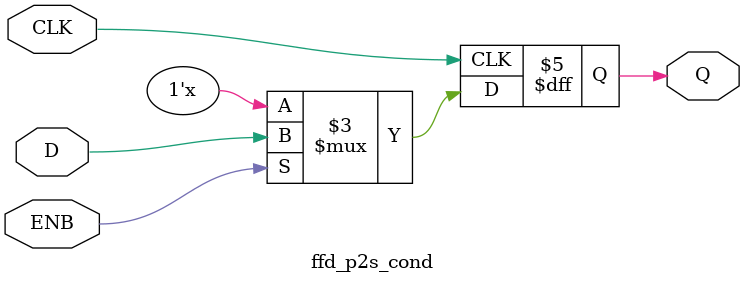
<source format=v>
module ffd_p2s_cond(input CLK,
                    input D,
                    input ENB,
                    output reg Q
                    );

  always @ (posedge CLK) begin
    if (ENB) begin
      Q <= D;
    end else begin
      Q <= 1'bz;
      // Q <= Q;
    end
  end

endmodule

</source>
